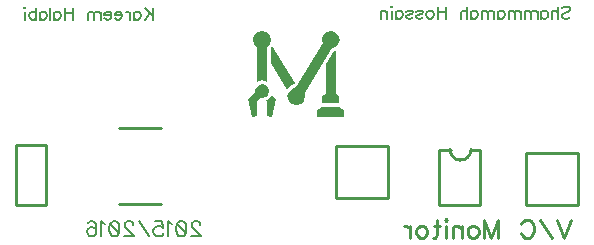
<source format=gbo>
G04 DipTrace 2.4.0.2*
%INV_C_monitor_V2.GBO*%
%MOIN*%
%ADD10C,0.0098*%
%ADD70C,0.0077*%
%ADD71C,0.0062*%
%ADD72C,0.0093*%
%FSLAX44Y44*%
G04*
G70*
G90*
G75*
G01*
%LNBotSilk*%
%LPD*%
X23269Y5690D2*
D10*
X21537D1*
Y7422D1*
X23269D1*
Y5690D1*
X15196Y7633D2*
X16928D1*
Y5901D1*
X15196D1*
Y7633D1*
X4509Y5662D2*
X5509D1*
Y7662D1*
X4509D1*
Y5662D1*
X18611Y7497D2*
X19021D1*
X18623Y7487D2*
Y5684D1*
X19985D1*
Y7509D1*
X19665D1*
X19686Y7519D2*
G02X18999Y7540I-344J-5D01*
G01*
X7962Y8254D2*
X9340D1*
X7962Y5695D2*
X9340D1*
G36*
X15469Y8616D2*
Y8856D1*
X15299Y8956D1*
X14729D1*
X14559Y8856D1*
Y8616D1*
D1*
X15469D1*
G37*
G36*
X15299Y9076D2*
Y9296D1*
X15189Y9366D1*
Y10826D1*
X15109Y10806D1*
X14839Y10376D1*
Y9366D1*
X14729Y9296D1*
Y9076D1*
X15299D1*
G37*
G36*
X15039Y10896D2*
X15159Y10936D1*
X15269Y11036D1*
X15309Y11186D1*
X15269Y11336D1*
X15159Y11446D1*
X15019Y11486D1*
X14869Y11446D1*
X14759Y11336D1*
X14719Y11186D1*
X14749Y11076D1*
X13839Y9596D1*
X13719Y9556D1*
X13609Y9446D1*
X13569Y9296D1*
X13609Y9156D1*
X13719Y9046D1*
X13869Y9006D1*
X14019Y9046D1*
X14129Y9156D1*
X14169Y9306D1*
X14139Y9426D1*
X15039Y10896D1*
G37*
G36*
X13809Y9746D2*
X13779Y9696D1*
X13649Y9656D1*
X13539Y9526D1*
X13009Y10406D1*
Y10916D1*
X13069Y10966D1*
D1*
X13809Y9746D1*
G37*
G36*
X12899Y10956D2*
X12979Y11036D1*
X13029Y11186D1*
X12989Y11336D1*
X12879Y11446D1*
X12729Y11486D1*
X12579Y11446D1*
X12469Y11336D1*
X12429Y11186D1*
X12469Y11046D1*
X12559Y10956D1*
Y9786D1*
X12729Y9836D1*
X12899Y9786D1*
Y10956D1*
G37*
G36*
X13039Y9356D2*
X13029Y9306D1*
X12909Y9176D1*
X12869Y9166D1*
X12899Y9136D1*
Y8646D1*
X13069Y8616D1*
X13189Y9216D1*
X13039Y9356D1*
G37*
G36*
X12929Y9596D2*
X12959Y9476D1*
X12929Y9356D1*
X12839Y9266D1*
X12729Y9236D1*
X12669Y9256D1*
X12549Y9126D1*
X12559Y8646D1*
X12379Y8616D1*
X12269Y9216D1*
X12499Y9446D1*
X12489Y9486D1*
X12519Y9586D1*
X12609Y9676D1*
X12729Y9706D1*
X12849Y9676D1*
X12929Y9596D1*
G37*
X22716Y12230D2*
D71*
X22754Y12268D1*
X22812Y12287D1*
X22888D1*
X22946Y12268D1*
X22984Y12230D1*
Y12192D1*
X22965Y12153D1*
X22946Y12134D1*
X22908Y12115D1*
X22793Y12077D1*
X22754Y12058D1*
X22735Y12038D1*
X22716Y12000D1*
Y11943D1*
X22754Y11905D1*
X22812Y11885D1*
X22888D1*
X22946Y11905D1*
X22984Y11943D1*
X22593Y12287D2*
Y11885D1*
Y12077D2*
X22535Y12134D1*
X22497Y12153D1*
X22439D1*
X22401Y12134D1*
X22382Y12077D1*
Y11885D1*
X22029Y12153D2*
Y11885D1*
Y12096D2*
X22067Y12134D1*
X22106Y12153D1*
X22163D1*
X22201Y12134D1*
X22239Y12096D1*
X22259Y12038D1*
Y12000D1*
X22239Y11943D1*
X22201Y11905D1*
X22163Y11885D1*
X22106D1*
X22067Y11905D1*
X22029Y11943D1*
X21906Y12153D2*
Y11885D1*
Y12077D2*
X21848Y12134D1*
X21810Y12153D1*
X21753D1*
X21714Y12134D1*
X21695Y12077D1*
Y11885D1*
Y12077D2*
X21638Y12134D1*
X21600Y12153D1*
X21542D1*
X21504Y12134D1*
X21485Y12077D1*
Y11885D1*
X21361Y12153D2*
Y11885D1*
Y12077D2*
X21304Y12134D1*
X21265Y12153D1*
X21208D1*
X21170Y12134D1*
X21151Y12077D1*
Y11885D1*
Y12077D2*
X21093Y12134D1*
X21055Y12153D1*
X20998D1*
X20959Y12134D1*
X20940Y12077D1*
Y11885D1*
X20587Y12153D2*
Y11885D1*
Y12096D2*
X20625Y12134D1*
X20663Y12153D1*
X20720D1*
X20759Y12134D1*
X20797Y12096D1*
X20816Y12038D1*
Y12000D1*
X20797Y11943D1*
X20759Y11905D1*
X20720Y11885D1*
X20663D1*
X20625Y11905D1*
X20587Y11943D1*
X20463Y12153D2*
Y11885D1*
Y12077D2*
X20406Y12134D1*
X20367Y12153D1*
X20310D1*
X20272Y12134D1*
X20253Y12077D1*
Y11885D1*
Y12077D2*
X20195Y12134D1*
X20157Y12153D1*
X20100D1*
X20061Y12134D1*
X20042Y12077D1*
Y11885D1*
X19689Y12153D2*
Y11885D1*
Y12096D2*
X19727Y12134D1*
X19765Y12153D1*
X19822D1*
X19861Y12134D1*
X19899Y12096D1*
X19918Y12038D1*
Y12000D1*
X19899Y11943D1*
X19861Y11905D1*
X19822Y11885D1*
X19765D1*
X19727Y11905D1*
X19689Y11943D1*
X19565Y12287D2*
Y11885D1*
Y12077D2*
X19508Y12134D1*
X19469Y12153D1*
X19412D1*
X19374Y12134D1*
X19355Y12077D1*
Y11885D1*
X18842Y12287D2*
Y11885D1*
X18575Y12287D2*
Y11885D1*
X18842Y12096D2*
X18575D1*
X18356Y12153D2*
X18394Y12134D1*
X18432Y12096D1*
X18451Y12038D1*
Y12000D1*
X18432Y11943D1*
X18394Y11905D1*
X18356Y11885D1*
X18298D1*
X18260Y11905D1*
X18222Y11943D1*
X18202Y12000D1*
Y12038D1*
X18222Y12096D1*
X18260Y12134D1*
X18298Y12153D1*
X18356D1*
X17868Y12096D2*
X17887Y12134D1*
X17945Y12153D1*
X18002D1*
X18060Y12134D1*
X18079Y12096D1*
X18060Y12058D1*
X18021Y12038D1*
X17926Y12019D1*
X17887Y12000D1*
X17868Y11962D1*
Y11943D1*
X17887Y11905D1*
X17945Y11885D1*
X18002D1*
X18060Y11905D1*
X18079Y11943D1*
X17534Y12096D2*
X17553Y12134D1*
X17611Y12153D1*
X17668D1*
X17726Y12134D1*
X17745Y12096D1*
X17726Y12058D1*
X17687Y12038D1*
X17592Y12019D1*
X17553Y12000D1*
X17534Y11962D1*
Y11943D1*
X17553Y11905D1*
X17611Y11885D1*
X17668D1*
X17726Y11905D1*
X17745Y11943D1*
X17181Y12153D2*
Y11885D1*
Y12096D2*
X17219Y12134D1*
X17258Y12153D1*
X17315D1*
X17353Y12134D1*
X17391Y12096D1*
X17411Y12038D1*
Y12000D1*
X17391Y11943D1*
X17353Y11905D1*
X17315Y11885D1*
X17258D1*
X17219Y11905D1*
X17181Y11943D1*
X17058Y12287D2*
X17039Y12268D1*
X17019Y12287D1*
X17039Y12307D1*
X17058Y12287D1*
X17039Y12153D2*
Y11885D1*
X16896Y12153D2*
Y11885D1*
Y12077D2*
X16838Y12134D1*
X16800Y12153D1*
X16743D1*
X16704Y12134D1*
X16685Y12077D1*
Y11885D1*
X9073Y12256D2*
Y11854D1*
X8805Y12256D2*
X9073Y11988D1*
X8977Y12084D2*
X8805Y11854D1*
X8452Y12122D2*
Y11854D1*
Y12064D2*
X8490Y12103D1*
X8528Y12122D1*
X8585D1*
X8624Y12103D1*
X8662Y12064D1*
X8681Y12007D1*
Y11969D1*
X8662Y11911D1*
X8624Y11873D1*
X8585Y11854D1*
X8528D1*
X8490Y11873D1*
X8452Y11911D1*
X8328Y12122D2*
Y11854D1*
Y12007D2*
X8309Y12064D1*
X8271Y12103D1*
X8232Y12122D1*
X8175D1*
X8051Y12007D2*
X7822D1*
Y12045D1*
X7841Y12084D1*
X7860Y12103D1*
X7898Y12122D1*
X7956D1*
X7994Y12103D1*
X8032Y12064D1*
X8051Y12007D1*
Y11969D1*
X8032Y11911D1*
X7994Y11873D1*
X7956Y11854D1*
X7898D1*
X7860Y11873D1*
X7822Y11911D1*
X7698Y12007D2*
X7469D1*
Y12045D1*
X7488Y12084D1*
X7507Y12103D1*
X7545Y12122D1*
X7603D1*
X7641Y12103D1*
X7679Y12064D1*
X7698Y12007D1*
Y11969D1*
X7679Y11911D1*
X7641Y11873D1*
X7603Y11854D1*
X7545D1*
X7507Y11873D1*
X7469Y11911D1*
X7345Y12122D2*
Y11854D1*
Y12045D2*
X7288Y12103D1*
X7250Y12122D1*
X7192D1*
X7154Y12103D1*
X7135Y12045D1*
Y11854D1*
Y12045D2*
X7078Y12103D1*
X7039Y12122D1*
X6982D1*
X6944Y12103D1*
X6924Y12045D1*
Y11854D1*
X6412Y12256D2*
Y11854D1*
X6144Y12256D2*
Y11854D1*
X6412Y12064D2*
X6144D1*
X5791Y12122D2*
Y11854D1*
Y12064D2*
X5829Y12103D1*
X5867Y12122D1*
X5924D1*
X5963Y12103D1*
X6001Y12064D1*
X6020Y12007D1*
Y11969D1*
X6001Y11911D1*
X5963Y11873D1*
X5924Y11854D1*
X5867D1*
X5829Y11873D1*
X5791Y11911D1*
X5667Y12256D2*
Y11854D1*
X5314Y12122D2*
Y11854D1*
Y12064D2*
X5352Y12103D1*
X5391Y12122D1*
X5448D1*
X5486Y12103D1*
X5524Y12064D1*
X5544Y12007D1*
Y11969D1*
X5524Y11911D1*
X5486Y11873D1*
X5448Y11854D1*
X5391D1*
X5352Y11873D1*
X5314Y11911D1*
X5191Y12256D2*
Y11854D1*
Y12064D2*
X5152Y12103D1*
X5114Y12122D1*
X5057D1*
X5019Y12103D1*
X4980Y12064D1*
X4961Y12007D1*
Y11969D1*
X4980Y11911D1*
X5019Y11873D1*
X5057Y11854D1*
X5114D1*
X5152Y11873D1*
X5191Y11911D1*
X4838Y12256D2*
X4819Y12237D1*
X4799Y12256D1*
X4819Y12275D1*
X4838Y12256D1*
X4819Y12122D2*
Y11854D1*
X23022Y5188D2*
D72*
X22792Y4585D1*
X22563Y5188D1*
X22377Y4585D2*
X21975Y5187D1*
X21360Y5045D2*
X21388Y5102D1*
X21446Y5159D1*
X21503Y5188D1*
X21618D1*
X21675Y5159D1*
X21732Y5102D1*
X21762Y5045D1*
X21790Y4958D1*
Y4814D1*
X21762Y4729D1*
X21732Y4671D1*
X21675Y4614D1*
X21618Y4585D1*
X21503D1*
X21446Y4614D1*
X21388Y4671D1*
X21360Y4729D1*
X20132Y4585D2*
Y5188D1*
X20362Y4585D1*
X20591Y5188D1*
Y4585D1*
X19804Y4987D2*
X19861Y4958D1*
X19918Y4901D1*
X19947Y4814D1*
Y4757D1*
X19918Y4671D1*
X19861Y4614D1*
X19804Y4585D1*
X19717D1*
X19660Y4614D1*
X19603Y4671D1*
X19574Y4757D1*
Y4814D1*
X19603Y4901D1*
X19660Y4958D1*
X19717Y4987D1*
X19804D1*
X19388D2*
Y4585D1*
Y4872D2*
X19302Y4958D1*
X19244Y4987D1*
X19159D1*
X19101Y4958D1*
X19073Y4872D1*
Y4585D1*
X18887Y5188D2*
X18859Y5159D1*
X18830Y5188D1*
X18859Y5217D1*
X18887Y5188D1*
X18859Y4987D2*
Y4585D1*
X18558Y5188D2*
Y4700D1*
X18530Y4614D1*
X18472Y4585D1*
X18415D1*
X18644Y4987D2*
X18443D1*
X18086D2*
X18143Y4958D1*
X18201Y4901D1*
X18230Y4814D1*
Y4757D1*
X18201Y4671D1*
X18143Y4614D1*
X18086Y4585D1*
X18000D1*
X17942Y4614D1*
X17885Y4671D1*
X17856Y4757D1*
Y4814D1*
X17885Y4901D1*
X17942Y4958D1*
X18000Y4987D1*
X18086D1*
X17671D2*
Y4585D1*
Y4814D2*
X17642Y4901D1*
X17585Y4958D1*
X17527Y4987D1*
X17441D1*
X10665Y5015D2*
D70*
Y5039D1*
X10641Y5087D1*
X10617Y5111D1*
X10569Y5135D1*
X10473D1*
X10426Y5111D1*
X10402Y5087D1*
X10378Y5039D1*
Y4991D1*
X10402Y4943D1*
X10450Y4872D1*
X10689Y4633D1*
X10354D1*
X10056Y5135D2*
X10128Y5111D1*
X10176Y5039D1*
X10200Y4920D1*
Y4848D1*
X10176Y4728D1*
X10128Y4657D1*
X10056Y4633D1*
X10008D1*
X9937Y4657D1*
X9889Y4728D1*
X9865Y4848D1*
Y4920D1*
X9889Y5039D1*
X9937Y5111D1*
X10008Y5135D1*
X10056D1*
X9889Y5039D2*
X10176Y4728D1*
X9710Y5039D2*
X9662Y5063D1*
X9590Y5135D1*
Y4633D1*
X9149Y5135D2*
X9388D1*
X9412Y4920D1*
X9388Y4943D1*
X9316Y4968D1*
X9245D1*
X9173Y4943D1*
X9125Y4896D1*
X9101Y4824D1*
Y4776D1*
X9125Y4705D1*
X9173Y4657D1*
X9245Y4633D1*
X9316D1*
X9388Y4657D1*
X9412Y4681D1*
X9436Y4728D1*
X8947Y4633D2*
X8612Y5135D1*
X8433Y5015D2*
Y5039D1*
X8409Y5087D1*
X8385Y5111D1*
X8337Y5135D1*
X8242D1*
X8194Y5111D1*
X8170Y5087D1*
X8146Y5039D1*
Y4991D1*
X8170Y4943D1*
X8218Y4872D1*
X8457Y4633D1*
X8122D1*
X7824Y5135D2*
X7896Y5111D1*
X7944Y5039D1*
X7968Y4920D1*
Y4848D1*
X7944Y4728D1*
X7896Y4657D1*
X7824Y4633D1*
X7777D1*
X7705Y4657D1*
X7657Y4728D1*
X7633Y4848D1*
Y4920D1*
X7657Y5039D1*
X7705Y5111D1*
X7777Y5135D1*
X7824D1*
X7657Y5039D2*
X7944Y4728D1*
X7479Y5039D2*
X7431Y5063D1*
X7359Y5135D1*
Y4633D1*
X6917Y5063D2*
X6941Y5111D1*
X7013Y5135D1*
X7061D1*
X7132Y5111D1*
X7181Y5039D1*
X7204Y4920D1*
Y4800D1*
X7181Y4705D1*
X7132Y4657D1*
X7061Y4633D1*
X7037D1*
X6966Y4657D1*
X6917Y4705D1*
X6894Y4776D1*
Y4800D1*
X6917Y4872D1*
X6966Y4920D1*
X7037Y4943D1*
X7061D1*
X7132Y4920D1*
X7181Y4872D1*
X7204Y4800D1*
M02*

</source>
